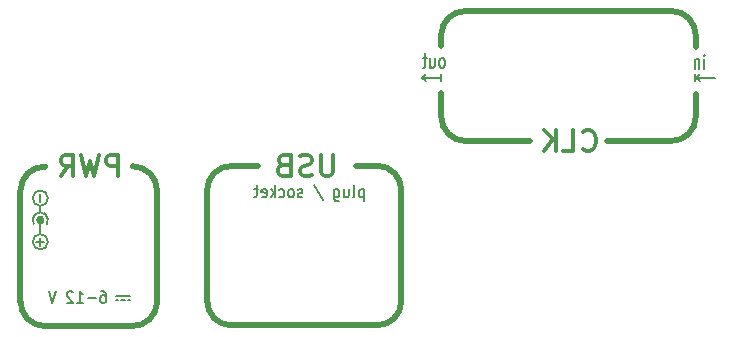
<source format=gbo>
G04 #@! TF.FileFunction,Legend,Bot*
%FSLAX46Y46*%
G04 Gerber Fmt 4.6, Leading zero omitted, Abs format (unit mm)*
G04 Created by KiCad (PCBNEW (2016-10-28 revision 192d4b8)-makepkg) date 11/04/16 19:07:24*
%MOMM*%
%LPD*%
G01*
G04 APERTURE LIST*
%ADD10C,0.150000*%
%ADD11C,0.170000*%
%ADD12C,0.500000*%
%ADD13C,0.300000*%
%ADD14C,0.800000*%
%ADD15C,3.000000*%
%ADD16C,0.700000*%
%ADD17C,1.350000*%
%ADD18C,1.000000*%
G04 APERTURE END LIST*
D10*
D11*
X71069244Y-12233620D02*
X71069244Y-12833620D01*
X71169244Y-12533620D02*
X71469244Y-12233620D01*
X72769244Y-12533620D02*
X71169244Y-12533620D01*
X71169244Y-12533620D02*
X71469244Y-12833620D01*
X49569244Y-12233620D02*
X49569244Y-12833620D01*
X47969244Y-12533620D02*
X48269244Y-12833620D01*
X47969244Y-12533620D02*
X48269244Y-12233620D01*
X49569244Y-12533620D02*
X47969244Y-12533620D01*
D12*
X49569244Y-8933620D02*
X49569244Y-9883010D01*
X71129854Y-8984230D02*
X71129854Y-9933620D01*
X71129854Y-13884230D02*
X71129854Y-15833620D01*
D10*
X23017769Y-31386152D02*
X23217768Y-31386153D01*
X22467769Y-31386153D02*
X22767769Y-31386153D01*
X22017770Y-31386152D02*
X22217769Y-31386152D01*
X22017770Y-31036152D02*
X23217769Y-31036152D01*
D11*
X49707815Y-11676477D02*
X49793529Y-11619334D01*
X49836386Y-11562191D01*
X49879244Y-11447905D01*
X49879244Y-11105048D01*
X49836386Y-10990762D01*
X49793529Y-10933620D01*
X49707815Y-10876477D01*
X49579244Y-10876477D01*
X49493529Y-10933620D01*
X49450672Y-10990762D01*
X49407815Y-11105048D01*
X49407815Y-11447905D01*
X49450672Y-11562191D01*
X49493529Y-11619334D01*
X49579244Y-11676477D01*
X49707815Y-11676477D01*
X48636386Y-10876477D02*
X48636386Y-11676477D01*
X49022101Y-10876477D02*
X49022101Y-11505048D01*
X48979244Y-11619334D01*
X48893529Y-11676477D01*
X48764958Y-11676477D01*
X48679244Y-11619334D01*
X48636386Y-11562191D01*
X48336386Y-10876477D02*
X47993529Y-10876477D01*
X48207815Y-10476477D02*
X48207815Y-11505048D01*
X48164958Y-11619334D01*
X48079244Y-11676477D01*
X47993529Y-11676477D01*
D12*
X49579244Y-13833620D02*
X49579244Y-15833620D01*
D11*
X71836386Y-11776477D02*
X71836386Y-10976477D01*
X71836386Y-10576477D02*
X71879244Y-10633620D01*
X71836386Y-10690762D01*
X71793529Y-10633620D01*
X71836386Y-10576477D01*
X71836386Y-10690762D01*
X71407815Y-10976477D02*
X71407815Y-11776477D01*
X71407815Y-11090762D02*
X71364958Y-11033620D01*
X71279244Y-10976477D01*
X71150672Y-10976477D01*
X71064958Y-11033620D01*
X71022101Y-11147905D01*
X71022101Y-11776477D01*
D12*
X51629244Y-17884230D02*
G75*
G02X49578634Y-15833620I0J2050610D01*
G01*
X71129854Y-15833620D02*
G75*
G02X69029244Y-17883620I-2050610J0D01*
G01*
X57129244Y-17883620D02*
X51679244Y-17883620D01*
D13*
X61541282Y-18576477D02*
X61626996Y-18662191D01*
X61884139Y-18747905D01*
X62055568Y-18747905D01*
X62312711Y-18662191D01*
X62484139Y-18490762D01*
X62569854Y-18319334D01*
X62655568Y-17976477D01*
X62655568Y-17719334D01*
X62569854Y-17376477D01*
X62484139Y-17205048D01*
X62312711Y-17033620D01*
X62055568Y-16947905D01*
X61884139Y-16947905D01*
X61626996Y-17033620D01*
X61541282Y-17119334D01*
X59912711Y-18747905D02*
X60769854Y-18747905D01*
X60769854Y-16947905D01*
X59312711Y-18747905D02*
X59312711Y-16947905D01*
X58284139Y-18747905D02*
X59055568Y-17719334D01*
X58284139Y-16947905D02*
X59312711Y-17976477D01*
D12*
X69029244Y-17883620D02*
X63629244Y-17883620D01*
D10*
X43014139Y-21979334D02*
X43014139Y-22979334D01*
X43014139Y-22026953D02*
X42928425Y-21979334D01*
X42756996Y-21979334D01*
X42671282Y-22026953D01*
X42628425Y-22074572D01*
X42585568Y-22169810D01*
X42585568Y-22455524D01*
X42628425Y-22550762D01*
X42671282Y-22598381D01*
X42756996Y-22646000D01*
X42928425Y-22646000D01*
X43014139Y-22598381D01*
X42071282Y-22646000D02*
X42156996Y-22598381D01*
X42199854Y-22503143D01*
X42199854Y-21646000D01*
X41342711Y-21979334D02*
X41342711Y-22646000D01*
X41728425Y-21979334D02*
X41728425Y-22503143D01*
X41685568Y-22598381D01*
X41599854Y-22646000D01*
X41471282Y-22646000D01*
X41385568Y-22598381D01*
X41342711Y-22550762D01*
X40528425Y-21979334D02*
X40528425Y-22788858D01*
X40571282Y-22884096D01*
X40614139Y-22931715D01*
X40699854Y-22979334D01*
X40828425Y-22979334D01*
X40914139Y-22931715D01*
X40528425Y-22598381D02*
X40614139Y-22646000D01*
X40785568Y-22646000D01*
X40871282Y-22598381D01*
X40914139Y-22550762D01*
X40956996Y-22455524D01*
X40956996Y-22169810D01*
X40914139Y-22074572D01*
X40871282Y-22026953D01*
X40785568Y-21979334D01*
X40614139Y-21979334D01*
X40528425Y-22026953D01*
X38771282Y-21598381D02*
X39542711Y-22884096D01*
X37828425Y-22598381D02*
X37742711Y-22646000D01*
X37571282Y-22646000D01*
X37485568Y-22598381D01*
X37442711Y-22503143D01*
X37442711Y-22455524D01*
X37485568Y-22360286D01*
X37571282Y-22312667D01*
X37699854Y-22312667D01*
X37785568Y-22265048D01*
X37828425Y-22169810D01*
X37828425Y-22122191D01*
X37785568Y-22026953D01*
X37699854Y-21979334D01*
X37571282Y-21979334D01*
X37485568Y-22026953D01*
X36928425Y-22646000D02*
X37014139Y-22598381D01*
X37056996Y-22550762D01*
X37099854Y-22455524D01*
X37099854Y-22169810D01*
X37056996Y-22074572D01*
X37014139Y-22026953D01*
X36928425Y-21979334D01*
X36799854Y-21979334D01*
X36714139Y-22026953D01*
X36671282Y-22074572D01*
X36628425Y-22169810D01*
X36628425Y-22455524D01*
X36671282Y-22550762D01*
X36714139Y-22598381D01*
X36799854Y-22646000D01*
X36928425Y-22646000D01*
X35856996Y-22598381D02*
X35942711Y-22646000D01*
X36114139Y-22646000D01*
X36199854Y-22598381D01*
X36242711Y-22550762D01*
X36285568Y-22455524D01*
X36285568Y-22169810D01*
X36242711Y-22074572D01*
X36199854Y-22026953D01*
X36114139Y-21979334D01*
X35942711Y-21979334D01*
X35856996Y-22026953D01*
X35471282Y-22646000D02*
X35471282Y-21646000D01*
X35385568Y-22265048D02*
X35128425Y-22646000D01*
X35128425Y-21979334D02*
X35471282Y-22360286D01*
X34399854Y-22598381D02*
X34485568Y-22646000D01*
X34656996Y-22646000D01*
X34742711Y-22598381D01*
X34785568Y-22503143D01*
X34785568Y-22122191D01*
X34742711Y-22026953D01*
X34656996Y-21979334D01*
X34485568Y-21979334D01*
X34399854Y-22026953D01*
X34356996Y-22122191D01*
X34356996Y-22217429D01*
X34785568Y-22312667D01*
X34099854Y-21979334D02*
X33756996Y-21979334D01*
X33971282Y-21646000D02*
X33971282Y-22503143D01*
X33928425Y-22598381D01*
X33842711Y-22646000D01*
X33756996Y-22646000D01*
X20789198Y-30588532D02*
X20960627Y-30588532D01*
X21046341Y-30636152D01*
X21089198Y-30683771D01*
X21174912Y-30826628D01*
X21217770Y-31017104D01*
X21217770Y-31398056D01*
X21174912Y-31493294D01*
X21132055Y-31540913D01*
X21046341Y-31588532D01*
X20874912Y-31588532D01*
X20789198Y-31540913D01*
X20746341Y-31493294D01*
X20703484Y-31398056D01*
X20703484Y-31159961D01*
X20746341Y-31064723D01*
X20789198Y-31017104D01*
X20874912Y-30969485D01*
X21046341Y-30969485D01*
X21132055Y-31017104D01*
X21174912Y-31064723D01*
X21217770Y-31159961D01*
X20317770Y-31207580D02*
X19632055Y-31207580D01*
X18732055Y-31588532D02*
X19246341Y-31588532D01*
X18989198Y-31588532D02*
X18989198Y-30588532D01*
X19074912Y-30731390D01*
X19160627Y-30826628D01*
X19246341Y-30874247D01*
X18389198Y-30683771D02*
X18346341Y-30636152D01*
X18260627Y-30588532D01*
X18046341Y-30588532D01*
X17960627Y-30636152D01*
X17917770Y-30683771D01*
X17874912Y-30779009D01*
X17874912Y-30874247D01*
X17917770Y-31017104D01*
X18432055Y-31588532D01*
X17874912Y-31588532D01*
X16932055Y-30588532D02*
X16632055Y-31588532D01*
X16332055Y-30588532D01*
D12*
X34050000Y-20000000D02*
X31850000Y-20000000D01*
X44149244Y-19983010D02*
X42399244Y-19983010D01*
X46200464Y-31443620D02*
G75*
G02X44099854Y-33493620I-2050610J0D01*
G01*
X31809955Y-33493620D02*
G75*
G02X29759854Y-31393010I-101J2050610D01*
G01*
X31800000Y-33500000D02*
X44100000Y-33500000D01*
X29749854Y-31493620D02*
X29749854Y-22093620D01*
X29749854Y-22093620D02*
G75*
G02X31850000Y-20000000I2050146J43620D01*
G01*
X44149244Y-19983010D02*
G75*
G02X46199244Y-22083620I0J-2050610D01*
G01*
X46199854Y-31463620D02*
X46199244Y-22083620D01*
X13949854Y-31493620D02*
X13949854Y-22093620D01*
X13949854Y-22103620D02*
G75*
G02X16050464Y-20053620I2050610J0D01*
G01*
X16009955Y-33553620D02*
G75*
G02X13959854Y-31453010I-101J2050610D01*
G01*
X16014627Y-33553704D02*
X23429854Y-33553704D01*
X25520464Y-31503620D02*
G75*
G02X23419854Y-33553620I-2050610J0D01*
G01*
X25519854Y-31463620D02*
X25519244Y-22133620D01*
X23469244Y-20033010D02*
G75*
G02X25519244Y-22133620I0J-2050610D01*
G01*
D13*
X22249854Y-20889989D02*
X22249854Y-19089989D01*
X21564139Y-19089989D01*
X21392711Y-19175704D01*
X21306996Y-19261418D01*
X21221282Y-19432846D01*
X21221282Y-19689989D01*
X21306996Y-19861418D01*
X21392711Y-19947132D01*
X21564139Y-20032846D01*
X22249854Y-20032846D01*
X20621282Y-19089989D02*
X20192711Y-20889989D01*
X19849854Y-19604275D01*
X19506996Y-20889989D01*
X19078425Y-19089989D01*
X17364139Y-20889989D02*
X17964139Y-20032846D01*
X18392711Y-20889989D02*
X18392711Y-19089989D01*
X17706996Y-19089989D01*
X17535568Y-19175704D01*
X17449854Y-19261418D01*
X17364139Y-19432846D01*
X17364139Y-19689989D01*
X17449854Y-19861418D01*
X17535568Y-19947132D01*
X17706996Y-20032846D01*
X18392711Y-20032846D01*
X40421282Y-19089989D02*
X40421282Y-20547132D01*
X40335568Y-20718561D01*
X40249854Y-20804275D01*
X40078425Y-20889989D01*
X39735568Y-20889989D01*
X39564139Y-20804275D01*
X39478425Y-20718561D01*
X39392711Y-20547132D01*
X39392711Y-19089989D01*
X38621282Y-20804275D02*
X38364139Y-20889989D01*
X37935568Y-20889989D01*
X37764139Y-20804275D01*
X37678425Y-20718561D01*
X37592711Y-20547132D01*
X37592711Y-20375704D01*
X37678425Y-20204275D01*
X37764139Y-20118561D01*
X37935568Y-20032846D01*
X38278425Y-19947132D01*
X38449854Y-19861418D01*
X38535568Y-19775704D01*
X38621282Y-19604275D01*
X38621282Y-19432846D01*
X38535568Y-19261418D01*
X38449854Y-19175704D01*
X38278425Y-19089989D01*
X37849854Y-19089989D01*
X37592711Y-19175704D01*
X36221282Y-19947132D02*
X35964139Y-20032846D01*
X35878425Y-20118561D01*
X35792711Y-20289989D01*
X35792711Y-20547132D01*
X35878425Y-20718561D01*
X35964139Y-20804275D01*
X36135568Y-20889989D01*
X36821282Y-20889989D01*
X36821282Y-19089989D01*
X36221282Y-19089989D01*
X36049854Y-19175704D01*
X35964139Y-19261418D01*
X35878425Y-19432846D01*
X35878425Y-19604275D01*
X35964139Y-19775704D01*
X36049854Y-19861418D01*
X36221282Y-19947132D01*
X36821282Y-19947132D01*
D12*
X49569244Y-8933620D02*
G75*
G02X51669854Y-6883620I2050610J0D01*
G01*
X69079854Y-6883620D02*
X51669854Y-6883620D01*
X69079854Y-6883620D02*
G75*
G02X71129854Y-8984230I0J-2050610D01*
G01*
D10*
X14984627Y-24575704D02*
G75*
G02X15634627Y-23925704I650000J0D01*
G01*
X15634627Y-23925704D02*
G75*
G02X16284627Y-24575704I0J-650000D01*
G01*
X15634627Y-23925704D02*
X15634627Y-23375704D01*
X16284627Y-22725704D02*
G75*
G03X16284627Y-22725704I-650000J0D01*
G01*
X16284627Y-26425704D02*
G75*
G03X16284627Y-26425704I-650000J0D01*
G01*
X15634627Y-25775704D02*
X15634627Y-24875704D01*
D13*
X15734627Y-24575704D02*
G75*
G03X15734627Y-24575704I-100000J0D01*
G01*
X15834627Y-24575704D02*
G75*
G03X15834627Y-24575704I-200000J0D01*
G01*
D10*
X15084627Y-24925704D02*
G75*
G02X15284627Y-24025704I550000J350000D01*
G01*
X15984627Y-24025704D02*
G75*
G02X16184627Y-24925704I-350000J-550000D01*
G01*
X15634627Y-22375704D02*
X15634627Y-23075704D01*
X15634627Y-26075704D02*
X15634627Y-26775704D01*
X15984627Y-26425704D02*
X15284627Y-26425704D01*
%LPC*%
D14*
X73764627Y-4795704D02*
G75*
G03X73764627Y-4795704I-1800000J0D01*
G01*
X73744627Y-31875704D02*
G75*
G03X73744627Y-31875704I-1800000J0D01*
G01*
X5754627Y-31845704D02*
G75*
G03X5754627Y-31845704I-1800000J0D01*
G01*
X5764627Y-4805704D02*
G75*
G03X5764627Y-4805704I-1800000J0D01*
G01*
D15*
X57534854Y-12189422D02*
G75*
G03X57534854Y-12189422I-2660000J0D01*
G01*
D16*
X57804854Y-10349422D02*
X57804854Y-14039422D01*
D17*
X58704854Y-12189422D02*
G75*
G03X58704854Y-12189422I-3830000J0D01*
G01*
X69704854Y-12189422D02*
G75*
G03X69704854Y-12189422I-3830000J0D01*
G01*
D16*
X68804854Y-10349422D02*
X68804854Y-14039422D01*
D15*
X68534854Y-12189422D02*
G75*
G03X68534854Y-12189422I-2660000J0D01*
G01*
D18*
X47196127Y-6455704D03*
X44150627Y-6455704D03*
X41105127Y-6455704D03*
X38059627Y-6455704D03*
X35014127Y-6455704D03*
X31968627Y-6455704D03*
X28923127Y-6455704D03*
X25877627Y-6455704D03*
X22832127Y-6455704D03*
X19786627Y-6455704D03*
X16741127Y-6455704D03*
X13695627Y-6455704D03*
X10650127Y-6455704D03*
X18261127Y-5415704D03*
X21306627Y-5415704D03*
X12170127Y-5415704D03*
X27397627Y-5415704D03*
X15215627Y-5415704D03*
X24352127Y-5415704D03*
X48716127Y-5415704D03*
X33488627Y-5415704D03*
X36534127Y-5415704D03*
X42625127Y-5415704D03*
X45670627Y-5415704D03*
X39579627Y-5415704D03*
X30443127Y-5415704D03*
X63943627Y-5415704D03*
X54807127Y-5415704D03*
X57852627Y-5415704D03*
X60898127Y-5415704D03*
X51761627Y-5415704D03*
X65469127Y-4355704D03*
X62423627Y-4355704D03*
X59378127Y-4355704D03*
X56332627Y-4355704D03*
X53287127Y-4355704D03*
X50241627Y-4355704D03*
X47196127Y-4355704D03*
X44150627Y-4355704D03*
X41105127Y-4355704D03*
X38059627Y-4355704D03*
X35014127Y-4355704D03*
X31968627Y-4355704D03*
X28923127Y-4355704D03*
X25877627Y-4355704D03*
X22832127Y-4355704D03*
X19786627Y-4355704D03*
X16741127Y-4355704D03*
X13695627Y-4355704D03*
X10650127Y-4355704D03*
M02*

</source>
